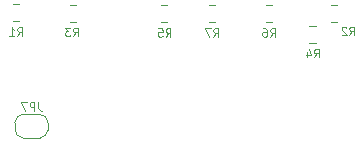
<source format=gbr>
%TF.GenerationSoftware,KiCad,Pcbnew,(5.1.6)-1*%
%TF.CreationDate,2021-02-17T18:40:25-08:00*%
%TF.ProjectId,kg-cable-asl,6b672d63-6162-46c6-952d-61736c2e6b69,rev?*%
%TF.SameCoordinates,Original*%
%TF.FileFunction,Legend,Bot*%
%TF.FilePolarity,Positive*%
%FSLAX46Y46*%
G04 Gerber Fmt 4.6, Leading zero omitted, Abs format (unit mm)*
G04 Created by KiCad (PCBNEW (5.1.6)-1) date 2021-02-17 18:40:25*
%MOMM*%
%LPD*%
G01*
G04 APERTURE LIST*
%ADD10C,0.120000*%
%ADD11C,0.100000*%
G04 APERTURE END LIST*
D10*
%TO.C,R7*%
X152026648Y-106210000D02*
X152549152Y-106210000D01*
X152026648Y-104790000D02*
X152549152Y-104790000D01*
%TO.C,R6*%
X156846648Y-106210000D02*
X157369152Y-106210000D01*
X156846648Y-104790000D02*
X157369152Y-104790000D01*
%TO.C,R5*%
X147988748Y-106210000D02*
X148511252Y-106210000D01*
X147988748Y-104790000D02*
X148511252Y-104790000D01*
%TO.C,R4*%
X160529748Y-107960000D02*
X161052252Y-107960000D01*
X160529748Y-106540000D02*
X161052252Y-106540000D01*
%TO.C,R3*%
X140761252Y-104790000D02*
X140238748Y-104790000D01*
X140761252Y-106210000D02*
X140238748Y-106210000D01*
%TO.C,R2*%
X162386648Y-106210000D02*
X162909152Y-106210000D01*
X162386648Y-104790000D02*
X162909152Y-104790000D01*
%TO.C,R1*%
X135406648Y-106120000D02*
X135929152Y-106120000D01*
X135406648Y-104700000D02*
X135929152Y-104700000D01*
%TO.C,JP7*%
X138400000Y-114730000D02*
G75*
G03*
X137700000Y-114030000I-700000J0D01*
G01*
X137700000Y-116030000D02*
G75*
G03*
X138400000Y-115330000I0J700000D01*
G01*
X135600000Y-115330000D02*
G75*
G03*
X136300000Y-116030000I700000J0D01*
G01*
X136300000Y-114030000D02*
G75*
G03*
X135600000Y-114730000I0J-700000D01*
G01*
X138400000Y-115330000D02*
X138400000Y-114730000D01*
X136300000Y-116030000D02*
X137700000Y-116030000D01*
X135600000Y-114730000D02*
X135600000Y-115330000D01*
X137700000Y-114030000D02*
X136300000Y-114030000D01*
%TO.C,R7*%
D11*
X152404566Y-107466666D02*
X152637900Y-107133333D01*
X152804566Y-107466666D02*
X152804566Y-106766666D01*
X152537900Y-106766666D01*
X152471233Y-106800000D01*
X152437900Y-106833333D01*
X152404566Y-106900000D01*
X152404566Y-107000000D01*
X152437900Y-107066666D01*
X152471233Y-107100000D01*
X152537900Y-107133333D01*
X152804566Y-107133333D01*
X152171233Y-106766666D02*
X151704566Y-106766666D01*
X152004566Y-107466666D01*
%TO.C,R6*%
X157224566Y-107466666D02*
X157457900Y-107133333D01*
X157624566Y-107466666D02*
X157624566Y-106766666D01*
X157357900Y-106766666D01*
X157291233Y-106800000D01*
X157257900Y-106833333D01*
X157224566Y-106900000D01*
X157224566Y-107000000D01*
X157257900Y-107066666D01*
X157291233Y-107100000D01*
X157357900Y-107133333D01*
X157624566Y-107133333D01*
X156624566Y-106766666D02*
X156757900Y-106766666D01*
X156824566Y-106800000D01*
X156857900Y-106833333D01*
X156924566Y-106933333D01*
X156957900Y-107066666D01*
X156957900Y-107333333D01*
X156924566Y-107400000D01*
X156891233Y-107433333D01*
X156824566Y-107466666D01*
X156691233Y-107466666D01*
X156624566Y-107433333D01*
X156591233Y-107400000D01*
X156557900Y-107333333D01*
X156557900Y-107166666D01*
X156591233Y-107100000D01*
X156624566Y-107066666D01*
X156691233Y-107033333D01*
X156824566Y-107033333D01*
X156891233Y-107066666D01*
X156924566Y-107100000D01*
X156957900Y-107166666D01*
%TO.C,R5*%
X148366666Y-107466666D02*
X148600000Y-107133333D01*
X148766666Y-107466666D02*
X148766666Y-106766666D01*
X148500000Y-106766666D01*
X148433333Y-106800000D01*
X148400000Y-106833333D01*
X148366666Y-106900000D01*
X148366666Y-107000000D01*
X148400000Y-107066666D01*
X148433333Y-107100000D01*
X148500000Y-107133333D01*
X148766666Y-107133333D01*
X147733333Y-106766666D02*
X148066666Y-106766666D01*
X148100000Y-107100000D01*
X148066666Y-107066666D01*
X148000000Y-107033333D01*
X147833333Y-107033333D01*
X147766666Y-107066666D01*
X147733333Y-107100000D01*
X147700000Y-107166666D01*
X147700000Y-107333333D01*
X147733333Y-107400000D01*
X147766666Y-107433333D01*
X147833333Y-107466666D01*
X148000000Y-107466666D01*
X148066666Y-107433333D01*
X148100000Y-107400000D01*
%TO.C,R4*%
X160907666Y-109216666D02*
X161141000Y-108883333D01*
X161307666Y-109216666D02*
X161307666Y-108516666D01*
X161041000Y-108516666D01*
X160974333Y-108550000D01*
X160941000Y-108583333D01*
X160907666Y-108650000D01*
X160907666Y-108750000D01*
X160941000Y-108816666D01*
X160974333Y-108850000D01*
X161041000Y-108883333D01*
X161307666Y-108883333D01*
X160307666Y-108750000D02*
X160307666Y-109216666D01*
X160474333Y-108483333D02*
X160641000Y-108983333D01*
X160207666Y-108983333D01*
%TO.C,R3*%
X140516666Y-107416666D02*
X140750000Y-107083333D01*
X140916666Y-107416666D02*
X140916666Y-106716666D01*
X140650000Y-106716666D01*
X140583333Y-106750000D01*
X140550000Y-106783333D01*
X140516666Y-106850000D01*
X140516666Y-106950000D01*
X140550000Y-107016666D01*
X140583333Y-107050000D01*
X140650000Y-107083333D01*
X140916666Y-107083333D01*
X140283333Y-106716666D02*
X139850000Y-106716666D01*
X140083333Y-106983333D01*
X139983333Y-106983333D01*
X139916666Y-107016666D01*
X139883333Y-107050000D01*
X139850000Y-107116666D01*
X139850000Y-107283333D01*
X139883333Y-107350000D01*
X139916666Y-107383333D01*
X139983333Y-107416666D01*
X140183333Y-107416666D01*
X140250000Y-107383333D01*
X140283333Y-107350000D01*
%TO.C,R2*%
X163916666Y-107316666D02*
X164150000Y-106983333D01*
X164316666Y-107316666D02*
X164316666Y-106616666D01*
X164050000Y-106616666D01*
X163983333Y-106650000D01*
X163950000Y-106683333D01*
X163916666Y-106750000D01*
X163916666Y-106850000D01*
X163950000Y-106916666D01*
X163983333Y-106950000D01*
X164050000Y-106983333D01*
X164316666Y-106983333D01*
X163650000Y-106683333D02*
X163616666Y-106650000D01*
X163550000Y-106616666D01*
X163383333Y-106616666D01*
X163316666Y-106650000D01*
X163283333Y-106683333D01*
X163250000Y-106750000D01*
X163250000Y-106816666D01*
X163283333Y-106916666D01*
X163683333Y-107316666D01*
X163250000Y-107316666D01*
%TO.C,R1*%
X135784566Y-107376666D02*
X136017900Y-107043333D01*
X136184566Y-107376666D02*
X136184566Y-106676666D01*
X135917900Y-106676666D01*
X135851233Y-106710000D01*
X135817900Y-106743333D01*
X135784566Y-106810000D01*
X135784566Y-106910000D01*
X135817900Y-106976666D01*
X135851233Y-107010000D01*
X135917900Y-107043333D01*
X136184566Y-107043333D01*
X135117900Y-107376666D02*
X135517900Y-107376666D01*
X135317900Y-107376666D02*
X135317900Y-106676666D01*
X135384566Y-106776666D01*
X135451233Y-106843333D01*
X135517900Y-106876666D01*
%TO.C,JP7*%
X137583333Y-113016666D02*
X137583333Y-113516666D01*
X137616666Y-113616666D01*
X137683333Y-113683333D01*
X137783333Y-113716666D01*
X137850000Y-113716666D01*
X137250000Y-113716666D02*
X137250000Y-113016666D01*
X136983333Y-113016666D01*
X136916666Y-113050000D01*
X136883333Y-113083333D01*
X136850000Y-113150000D01*
X136850000Y-113250000D01*
X136883333Y-113316666D01*
X136916666Y-113350000D01*
X136983333Y-113383333D01*
X137250000Y-113383333D01*
X136616666Y-113016666D02*
X136150000Y-113016666D01*
X136450000Y-113716666D01*
%TD*%
M02*

</source>
